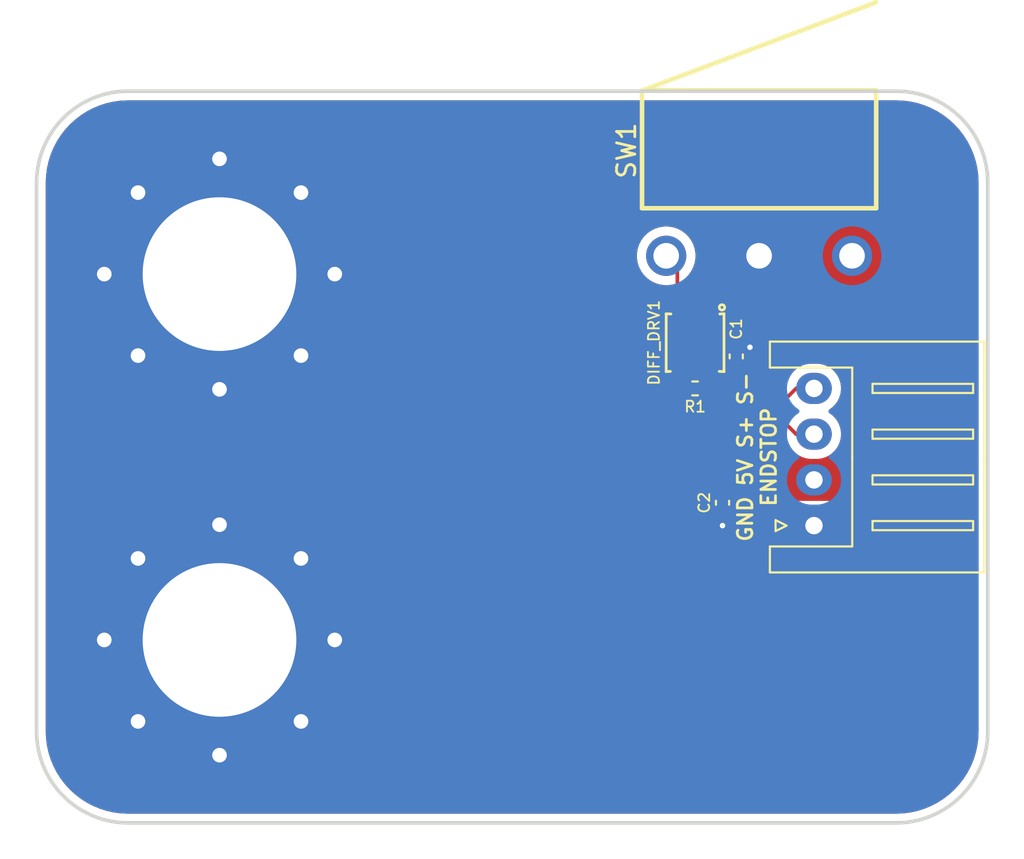
<source format=kicad_pcb>
(kicad_pcb (version 20241229) (generator "pcbnew") (generator_version "9.0")
  (layers (0 "F.Cu" signal) (2 "B.Cu" signal) (13 "F.Paste" user) (15 "B.Paste" user) (5 "F.SilkS" user "F.Silkscreen") (7 "B.SilkS" user "B.Silkscreen") (1 "F.Mask" user) (3 "B.Mask" user) (25 "Edge.Cuts" user))
  (net 0 "")
  (net 1 "GND")
  (net 2 "+5V")
  (net 3 "/ENDSTOP+")
  (net 4 "/ENDSTOP-")
  (net 5 "/ENDSTOP")
  (footprint "Connector_JST:JST_XH_S4B-XH-A_1x04_P2.50mm_Horizontal" (layer "F.Cu") (at 32.5 3.75 90)
    (property "Reference" "J1" (hide yes))
    (property "Value" "S4B-XH-A")
    (fp_line (start 10.06 -2.41) (end 8.64 -2.41) (stroke (width 0.12)) (layer "F.SilkS"))
    (fp_line (start 8.64 -2.41) (end 8.64 2.09) (stroke (width 0.12)) (layer "F.SilkS"))
    (fp_line (start -1.14 -2.41) (end -1.14 2.09) (stroke (width 0.12)) (layer "F.SilkS"))
    (fp_line (start -2.56 -2.41) (end -1.14 -2.41) (stroke (width 0.12)) (layer "F.SilkS"))
    (fp_line (start 0.3 -2.1) (end 0 -1.5) (stroke (width 0.12)) (layer "F.SilkS"))
    (fp_line (start -0.3 -2.1) (end 0.3 -2.1) (stroke (width 0.12)) (layer "F.SilkS"))
    (fp_line (start 0 -1.5) (end -0.3 -2.1) (stroke (width 0.12)) (layer "F.SilkS"))
    (fp_line (start 8.64 2.09) (end 3.75 2.09) (stroke (width 0.12)) (layer "F.SilkS"))
    (fp_line (start -1.14 2.09) (end 3.75 2.09) (stroke (width 0.12)) (layer "F.SilkS"))
    (fp_line (start 7.75 3.2) (end 7.25 3.2) (stroke (width 0.12)) (layer "F.SilkS"))
    (fp_line (start 7.25 3.2) (end 7.25 8.7) (stroke (width 0.12)) (layer "F.SilkS"))
    (fp_line (start 5.25 3.2) (end 4.75 3.2) (stroke (width 0.12)) (layer "F.SilkS"))
    (fp_line (start 4.75 3.2) (end 4.75 8.7) (stroke (width 0.12)) (layer "F.SilkS"))
    (fp_line (start 2.75 3.2) (end 2.25 3.2) (stroke (width 0.12)) (layer "F.SilkS"))
    (fp_line (start 2.25 3.2) (end 2.25 8.7) (stroke (width 0.12)) (layer "F.SilkS"))
    (fp_line (start 0.25 3.2) (end -0.25 3.2) (stroke (width 0.12)) (layer "F.SilkS"))
    (fp_line (start -0.25 3.2) (end -0.25 8.7) (stroke (width 0.12)) (layer "F.SilkS"))
    (fp_line (start 7.75 8.7) (end 7.75 3.2) (stroke (width 0.12)) (layer "F.SilkS"))
    (fp_line (start 7.25 8.7) (end 7.75 8.7) (stroke (width 0.12)) (layer "F.SilkS"))
    (fp_line (start 5.25 8.7) (end 5.25 3.2) (stroke (width 0.12)) (layer "F.SilkS"))
    (fp_line (start 4.75 8.7) (end 5.25 8.7) (stroke (width 0.12)) (layer "F.SilkS"))
    (fp_line (start 2.75 8.7) (end 2.75 3.2) (stroke (width 0.12)) (layer "F.SilkS"))
    (fp_line (start 2.25 8.7) (end 2.75 8.7) (stroke (width 0.12)) (layer "F.SilkS"))
    (fp_line (start 0.25 8.7) (end 0.25 3.2) (stroke (width 0.12)) (layer "F.SilkS"))
    (fp_line (start -0.25 8.7) (end 0.25 8.7) (stroke (width 0.12)) (layer "F.SilkS"))
    (fp_line (start 10.06 9.31) (end 10.06 -2.41) (stroke (width 0.12)) (layer "F.SilkS"))
    (fp_line (start 3.75 9.31) (end 10.06 9.31) (stroke (width 0.12)) (layer "F.SilkS"))
    (fp_line (start 3.75 9.31) (end -2.56 9.31) (stroke (width 0.12)) (layer "F.SilkS"))
    (fp_line (start -2.56 9.31) (end -2.56 -2.41) (stroke (width 0.12)) (layer "F.SilkS"))
    (pad "1" thru_hole roundrect (at 0 0 90) (size 1.7 1.95) (drill 0.95) (layers "*.Cu" "*.Mask") (roundrect_rratio 0.147059) (net 1 "GND"))
    (pad "2" thru_hole oval (at 2.5 0 90) (size 1.7 1.95) (drill 0.95) (layers "*.Cu" "*.Mask") (net 2 "+5V"))
    (pad "3" thru_hole oval (at 5 0 90) (size 1.7 1.95) (drill 0.95) (layers "*.Cu" "*.Mask") (net 3 "/ENDSTOP+"))
    (pad "4" thru_hole oval (at 7.5 0 90) (size 1.7 1.95) (drill 0.95) (layers "*.Cu" "*.Mask") (net 4 "/ENDSTOP-"))
  )
  (footprint "EasyEDA:DFN-8_L3.0-W3.0-P0.65-BL-EP" (layer "F.Cu") (at 26 -6.25 180)
    (property "Reference" "DIFF_DRV1" (at 2.25 0 90) (layer "F.SilkS") (effects (font (size 0.6 0.6) (thickness 0.1))))
    (property "Value" "SIT3088ETK")
    (fp_line (start 1.58 1.58) (end 1.58 1.58) (stroke (width 0.15)) (layer "F.SilkS"))
    (fp_line (start 1.58 1.58) (end 1.58 -1.58) (stroke (width 0.15)) (layer "F.SilkS"))
    (fp_line (start 1.58 -1.58) (end 1.58 -1.58) (stroke (width 0.15)) (layer "F.SilkS"))
    (fp_line (start 1.58 -1.58) (end 1.35 -1.57) (stroke (width 0.15)) (layer "F.SilkS"))
    (fp_line (start 1.32 1.57) (end 1.58 1.58) (stroke (width 0.15)) (layer "F.SilkS"))
    (fp_line (start -1.32 -1.57) (end -1.58 -1.58) (stroke (width 0.15)) (layer "F.SilkS"))
    (fp_line (start -1.58 1.58) (end -1.35 1.57) (stroke (width 0.15)) (layer "F.SilkS"))
    (fp_line (start -1.58 1.58) (end -1.58 1.58) (stroke (width 0.15)) (layer "F.SilkS"))
    (fp_line (start -1.58 -1.58) (end -1.58 1.58) (stroke (width 0.15)) (layer "F.SilkS"))
    (fp_line (start -1.58 -1.58) (end -1.58 -1.58) (stroke (width 0.15)) (layer "F.SilkS"))
    (fp_circle (center -1.47 1.93) (end -1.4 1.93) (stroke (width 0.15)) (fill no) (layer "F.SilkS"))
    (pad "1" smd rect (at -0.97 1.41 180) (size 0.28 0.62) (layers "F.Cu" "F.Mask" "F.Paste"))
    (pad "2" smd rect (at -0.33 1.41 180) (size 0.28 0.62) (layers "F.Cu" "F.Mask" "F.Paste") (net 2 "+5V"))
    (pad "3" smd rect (at 0.33 1.41 180) (size 0.28 0.62) (layers "F.Cu" "F.Mask" "F.Paste") (net 2 "+5V"))
    (pad "4" smd rect (at 0.97 1.41 180) (size 0.28 0.62) (layers "F.Cu" "F.Mask" "F.Paste") (net 5 "/ENDSTOP"))
    (pad "5" smd rect (at 0.97 -1.41 180) (size 0.28 0.62) (layers "F.Cu" "F.Mask" "F.Paste") (net 1 "GND"))
    (pad "6" smd rect (at 0.33 -1.41 180) (size 0.28 0.62) (layers "F.Cu" "F.Mask" "F.Paste") (net 3 "/ENDSTOP+"))
    (pad "7" smd rect (at -0.33 -1.41 180) (size 0.28 0.62) (layers "F.Cu" "F.Mask" "F.Paste") (net 4 "/ENDSTOP-"))
    (pad "8" smd rect (at -0.97 -1.41 180) (size 0.28 0.62) (layers "F.Cu" "F.Mask" "F.Paste") (net 2 "+5V"))
    (pad "9" smd rect (at 0 0 180) (size 2.25 1.5) (layers "F.Cu" "F.Mask" "F.Paste") (net 1 "GND"))
  )
  (footprint "EasyEDA:SW-TH_D2F-L-A" (layer "F.Cu") (at 29.5 -11)
    (property "Reference" "SW1" (at -7.25 -5.75 90) (layer "F.SilkS"))
    (property "Value" "D2F-L-A")
    (fp_line (start -6.4 -9.05) (end 6.4 -9.05) (stroke (width 0.25)) (layer "F.SilkS"))
    (fp_line (start -6.4 -2.6) (end -6.4 -9.05) (stroke (width 0.25)) (layer "F.SilkS"))
    (fp_line (start -6.4 -2.6) (end 6.4 -2.6) (stroke (width 0.25)) (layer "F.SilkS"))
    (fp_line (start -6.35 -9.05) (end 6.4 -13.86) (stroke (width 0.25)) (layer "F.SilkS"))
    (fp_line (start 6.4 -9.05) (end 6.4 -2.6) (stroke (width 0.25)) (layer "F.SilkS"))
    (pad "1" thru_hole circle (at -5.08 0) (size 2.2 2.2) (drill 1.399997) (layers "*.Cu" "*.Mask") (net 5 "/ENDSTOP"))
    (pad "2" thru_hole circle (at 0 0) (size 2.2 2.2) (drill 1.399997) (layers "*.Cu" "*.Mask") (net 1 "GND"))
    (pad "3" thru_hole circle (at 5.08 0) (size 2.2 2.2) (drill 1.399997) (layers "*.Cu" "*.Mask") (net 2 "+5V"))
  )
  (footprint "Capacitor_SMD:C_0402_1005Metric" (layer "F.Cu") (at 28.25 -5.5 -90)
    (property "Reference" "C1" (at -1.5 0 90) (layer "F.SilkS") (effects (font (size 0.6 0.6) (thickness 0.1))))
    (property "Value" "100nF 50V")
    (fp_line (start -0.107836 0.36) (end 0.107836 0.36) (stroke (width 0.12)) (layer "F.SilkS"))
    (fp_line (start -0.107836 -0.36) (end 0.107836 -0.36) (stroke (width 0.12)) (layer "F.SilkS"))
    (pad "1" smd roundrect (at -0.48 0 270) (size 0.56 0.62) (layers "F.Cu" "F.Mask" "F.Paste") (net 1 "GND"))
    (pad "2" smd roundrect (at 0.48 0 270) (size 0.56 0.62) (layers "F.Cu" "F.Mask" "F.Paste") (net 2 "+5V"))
  )
  (footprint "MountingHole:MountingHole_8.4mm_M8_Pad_Via" (layer "F.Cu") (at 0 10)
    (property "Reference" "H2" (hide yes))
    (property "Value" "M8")
    (pad "1" thru_hole circle (at -6.3 0) (size 1.1 1.1) (drill 0.8) (layers "*.Cu" "*.Mask") (net 1 "GND"))
    (pad "1" thru_hole circle (at -4.454773 -4.454773) (size 1.1 1.1) (drill 0.8) (layers "*.Cu" "*.Mask") (net 1 "GND"))
    (pad "1" thru_hole circle (at -4.454773 4.454773) (size 1.1 1.1) (drill 0.8) (layers "*.Cu" "*.Mask") (net 1 "GND"))
    (pad "1" thru_hole circle (at 0 -6.3) (size 1.1 1.1) (drill 0.8) (layers "*.Cu" "*.Mask") (net 1 "GND"))
    (pad "1" thru_hole circle (at 0 0) (size 16.8 16.8) (drill 8.4) (layers "*.Cu" "*.Mask") (net 1 "GND"))
    (pad "1" thru_hole circle (at 0 6.3) (size 1.1 1.1) (drill 0.8) (layers "*.Cu" "*.Mask") (net 1 "GND"))
    (pad "1" thru_hole circle (at 4.454773 -4.454773) (size 1.1 1.1) (drill 0.8) (layers "*.Cu" "*.Mask") (net 1 "GND"))
    (pad "1" thru_hole circle (at 4.454773 4.454773) (size 1.1 1.1) (drill 0.8) (layers "*.Cu" "*.Mask") (net 1 "GND"))
    (pad "1" thru_hole circle (at 6.3 0) (size 1.1 1.1) (drill 0.8) (layers "*.Cu" "*.Mask") (net 1 "GND"))
  )
  (footprint "Capacitor_SMD:C_0402_1005Metric" (layer "F.Cu") (at 27.5 2.5 90)
    (property "Reference" "C2" (at 0 -1 90) (layer "F.SilkS") (effects (font (size 0.6 0.6) (thickness 0.1))))
    (property "Value" "4.7uF 10V")
    (fp_line (start -0.107836 -0.36) (end 0.107836 -0.36) (stroke (width 0.12)) (layer "F.SilkS"))
    (fp_line (start -0.107836 0.36) (end 0.107836 0.36) (stroke (width 0.12)) (layer "F.SilkS"))
    (pad "1" smd roundrect (at -0.48 0 90) (size 0.56 0.62) (layers "F.Cu" "F.Mask" "F.Paste") (net 1 "GND"))
    (pad "2" smd roundrect (at 0.48 0 90) (size 0.56 0.62) (layers "F.Cu" "F.Mask" "F.Paste") (net 2 "+5V"))
  )
  (footprint "Resistor_SMD:R_0402_1005Metric" (layer "F.Cu") (at 26 -3.75 180)
    (property "Reference" "R1" (at 0 -1 0) (layer "F.SilkS") (effects (font (size 0.6 0.6) (thickness 0.1))))
    (property "Value" "100")
    (fp_line (start -0.153641 0.38) (end 0.153641 0.38) (stroke (width 0.12)) (layer "F.SilkS"))
    (fp_line (start -0.153641 -0.38) (end 0.153641 -0.38) (stroke (width 0.12)) (layer "F.SilkS"))
    (pad "1" smd roundrect (at -0.51 0 180) (size 0.54 0.64) (layers "F.Cu" "F.Mask" "F.Paste") (net 4 "/ENDSTOP-"))
    (pad "2" smd roundrect (at 0.51 0 180) (size 0.54 0.64) (layers "F.Cu" "F.Mask" "F.Paste") (net 3 "/ENDSTOP+"))
  )
  (footprint "MountingHole:MountingHole_8.4mm_M8_Pad_Via" (layer "F.Cu") (at 0 -10)
    (property "Reference" "H1" (hide yes))
    (property "Value" "M8")
    (pad "1" thru_hole circle (at -6.3 0) (size 1.1 1.1) (drill 0.8) (layers "*.Cu" "*.Mask") (net 1 "GND"))
    (pad "1" thru_hole circle (at -4.454773 -4.454773) (size 1.1 1.1) (drill 0.8) (layers "*.Cu" "*.Mask") (net 1 "GND"))
    (pad "1" thru_hole circle (at -4.454773 4.454773) (size 1.1 1.1) (drill 0.8) (layers "*.Cu" "*.Mask") (net 1 "GND"))
    (pad "1" thru_hole circle (at 0 -6.3) (size 1.1 1.1) (drill 0.8) (layers "*.Cu" "*.Mask") (net 1 "GND"))
    (pad "1" thru_hole circle (at 0 0) (size 16.8 16.8) (drill 8.4) (layers "*.Cu" "*.Mask") (net 1 "GND"))
    (pad "1" thru_hole circle (at 0 6.3) (size 1.1 1.1) (drill 0.8) (layers "*.Cu" "*.Mask") (net 1 "GND"))
    (pad "1" thru_hole circle (at 4.454773 -4.454773) (size 1.1 1.1) (drill 0.8) (layers "*.Cu" "*.Mask") (net 1 "GND"))
    (pad "1" thru_hole circle (at 4.454773 4.454773) (size 1.1 1.1) (drill 0.8) (layers "*.Cu" "*.Mask") (net 1 "GND"))
    (pad "1" thru_hole circle (at 6.3 0) (size 1.1 1.1) (drill 0.8) (layers "*.Cu" "*.Mask") (net 1 "GND"))
  )
  (gr_line (start 37 20) (end -5 20) (stroke (width 0.2)) (layer "Edge.Cuts"))
  (gr_arc (start -5 20) (mid -8.535534 18.535534) (end -10 15) (stroke (width 0.2)) (layer "Edge.Cuts"))
  (gr_arc (start -10 -15) (mid -8.535534 -18.535534) (end -5 -20) (stroke (width 0.2)) (layer "Edge.Cuts"))
  (gr_arc (start 42 15) (mid 40.535534 18.535534) (end 37 20) (stroke (width 0.2)) (layer "Edge.Cuts"))
  (gr_line (start -5 -20) (end 37 -20) (stroke (width 0.2)) (layer "Edge.Cuts"))
  (gr_arc (start 37 -20) (mid 40.535534 -18.535534) (end 42 -15) (stroke (width 0.2)) (layer "Edge.Cuts"))
  (gr_line (start -10 15) (end -10 -15) (stroke (width 0.2)) (layer "Edge.Cuts"))
  (gr_line (start 42 -15) (end 42 15) (stroke (width 0.2)) (layer "Edge.Cuts"))
  (gr_text "GND 5V S+ S-\nENDSTOP" (at 30.5 0 90) (layer "F.SilkS") (effects (font (size 0.8 0.8) (thickness 0.15) (bold yes)) (justify bottom)))
  (segment (start 28.25 -5.98) (end 28.98 -5.98) (width 0.5) (layer "F.Cu") (net 1))
  (segment (start 25.03 -4.84) (end 25.03 -5.65) (width 0.5) (layer "F.Cu") (net 1))
  (segment (start 28.98 -5.98) (end 29 -6) (width 0.5) (layer "F.Cu") (net 1))
  (segment (start 25.63 -6.25) (end 26 -6.25) (width 0.5) (layer "F.Cu") (net 1))
  (segment (start 27.5 2.98) (end 27.5 3.75) (width 0.5) (layer "F.Cu") (net 1))
  (segment (start 25.03 -5.65) (end 25.63 -6.25) (width 0.5) (layer "F.Cu") (net 1))
  (segment (start 26.27 -5.98) (end 26 -6.25) (width 0.5) (layer "F.Cu") (net 1))
  (segment (start 28.25 -5.98) (end 26.27 -5.98) (width 0.5) (layer "F.Cu") (net 1))
  (via (at 29 -6) (size 0.6) (drill 0.3) (layers "F.Cu" "B.Cu") (net 1))
  (via (at 27.5 3.75) (size 0.6) (drill 0.3) (layers "F.Cu" "B.Cu") (net 1))
  (segment (start 28.25 -5.02) (end 27.15 -5.02) (width 0.5) (layer "F.Cu") (net 2))
  (segment (start 27.15 -5.02) (end 26.97 -4.84) (width 0.5) (layer "F.Cu") (net 2))
  (segment (start 26.965 -2.275) (end 30.5 -2.275) (width 0.2) (layer "F.Cu") (net 3))
  (segment (start 25.49 -3.75) (end 26.965 -2.275) (width 0.2) (layer "F.Cu") (net 3))
  (segment (start 31.525 -1.25) (end 32.5 -1.25) (width 0.2) (layer "F.Cu") (net 3))
  (segment (start 25.775 -4.565) (end 25.775 -4.515001) (width 0.2) (layer "F.Cu") (net 3))
  (segment (start 25.49 -4.230001) (end 25.49 -3.75) (width 0.2) (layer "F.Cu") (net 3))
  (segment (start 25.775 -4.515001) (end 25.49 -4.230001) (width 0.2) (layer "F.Cu") (net 3))
  (segment (start 25.67 -4.84) (end 25.67 -4.67) (width 0.2) (layer "F.Cu") (net 3))
  (segment (start 30.5 -2.275) (end 31.525 -1.25) (width 0.2) (layer "F.Cu") (net 3))
  (segment (start 25.67 -4.67) (end 25.775 -4.565) (width 0.2) (layer "F.Cu") (net 3))
  (segment (start 26.225 -4.565) (end 26.225 -4.515001) (width 0.2) (layer "F.Cu") (net 4))
  (segment (start 32.5 -3.75) (end 31.525 -3.75) (width 0.2) (layer "F.Cu") (net 4))
  (segment (start 29.171276 -3.181899) (end 29.171276 -2.965) (width 0.2) (layer "F.Cu") (net 4))
  (segment (start 28.931276 -2.725) (end 28.811276 -2.725) (width 0.2) (layer "F.Cu") (net 4))
  (segment (start 26.33 -4.67) (end 26.225 -4.565) (width 0.2) (layer "F.Cu") (net 4))
  (segment (start 27.151397 -2.725) (end 26.51 -3.366397) (width 0.2) (layer "F.Cu") (net 4))
  (segment (start 30.5 -2.725) (end 30.011276 -2.725) (width 0.2) (layer "F.Cu") (net 4))
  (segment (start 28.103265 -2.725) (end 27.151397 -2.725) (width 0.2) (layer "F.Cu") (net 4))
  (segment (start 31.525 -3.75) (end 30.5 -2.725) (width 0.2) (layer "F.Cu") (net 4))
  (segment (start 26.51 -3.366397) (end 26.51 -3.75) (width 0.2) (layer "F.Cu") (net 4))
  (segment (start 29.531276 -3.421899) (end 29.411276 -3.421899) (width 0.2) (layer "F.Cu") (net 4))
  (segment (start 26.225 -4.515001) (end 26.51 -4.230001) (width 0.2) (layer "F.Cu") (net 4))
  (segment (start 26.51 -4.230001) (end 26.51 -3.75) (width 0.2) (layer "F.Cu") (net 4))
  (segment (start 29.771276 -2.965) (end 29.771276 -3.181899) (width 0.2) (layer "F.Cu") (net 4))
  (segment (start 26.33 -4.84) (end 26.33 -4.67) (width 0.2) (layer "F.Cu") (net 4))
  (segment (start 28.811276 -2.725) (end 28.103265 -2.725) (width 0.2) (layer "F.Cu") (net 4))
  (arc (start 29.171276 -2.965) (mid 29.100982 -2.795294) (end 28.931276 -2.725) (width 0.2) (layer "F.Cu") (net 4))
  (arc (start 30.011276 -2.725) (mid 29.84157 -2.795294) (end 29.771276 -2.965) (width 0.2) (layer "F.Cu") (net 4))
  (arc (start 29.411276 -3.421899) (mid 29.24157 -3.351605) (end 29.171276 -3.181899) (width 0.2) (layer "F.Cu") (net 4))
  (arc (start 29.771276 -3.181899) (mid 29.700982 -3.351605) (end 29.531276 -3.421899) (width 0.2) (layer "F.Cu") (net 4))
  (segment (start 25.03 -7.66) (end 25.03 -10.39) (width 0.2) (layer "F.Cu") (net 5))
  (segment (start 25.03 -10.39) (end 24.42 -11) (width 0.2) (layer "F.Cu") (net 5))
  (zone (net 2) (net_name "+5V") (layer "F.Cu") (connect_pads yes (clearance 0.5)) (min_thickness 0.25) (fill yes (thermal_gap 0.5) (thermal_bridge_width 0.5))
    (polygon (pts (xy -11 -21) (xy 43 -21) (xy 43 21) (xy -11 21)))
  )
  (zone (net 1) (net_name "GND") (layer "B.Cu") (priority 1) (connect_pads yes (clearance 0.5)) (min_thickness 0.25) (fill yes (thermal_gap 0.5) (thermal_bridge_width 0.5))
    (polygon (pts (xy -12 -22) (xy 44 -22) (xy 44 22) (xy -12 22)))
  )
)
</source>
